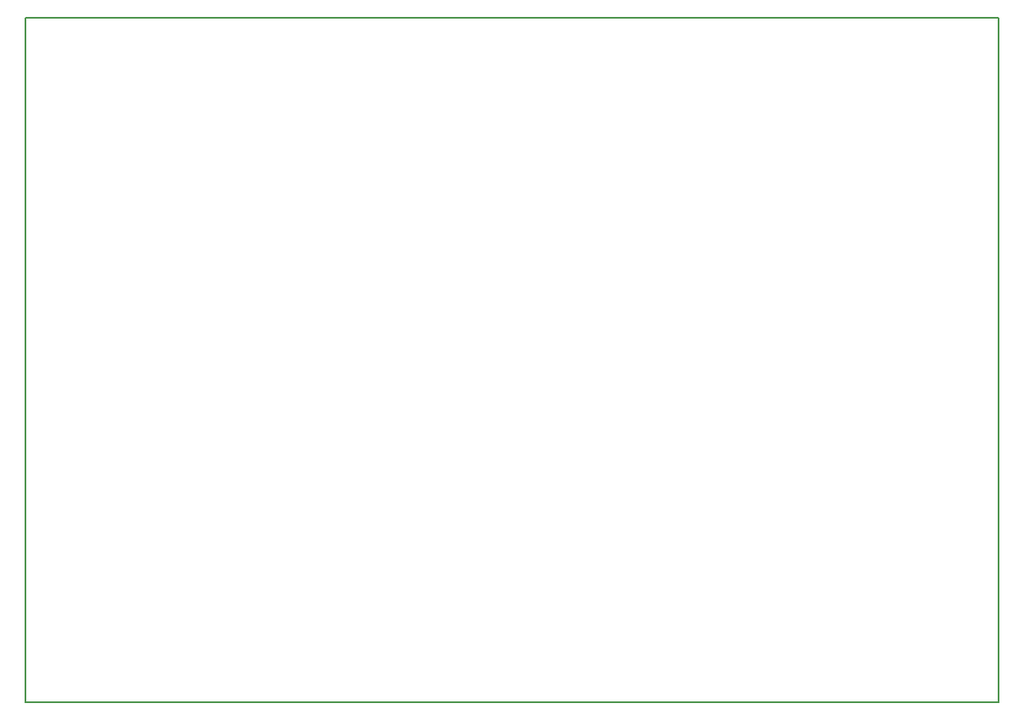
<source format=gm1>
G04 MADE WITH FRITZING*
G04 WWW.FRITZING.ORG*
G04 DOUBLE SIDED*
G04 HOLES PLATED*
G04 CONTOUR ON CENTER OF CONTOUR VECTOR*
%ASAXBY*%
%FSLAX23Y23*%
%MOIN*%
%OFA0B0*%
%SFA1.0B1.0*%
%ADD10R,3.836360X2.699550*%
%ADD11C,0.008000*%
%ADD10C,0.008*%
%LNCONTOUR*%
G90*
G70*
G54D10*
G54D11*
X4Y2696D02*
X3832Y2696D01*
X3832Y4D01*
X4Y4D01*
X4Y2696D01*
D02*
G04 End of contour*
M02*
</source>
